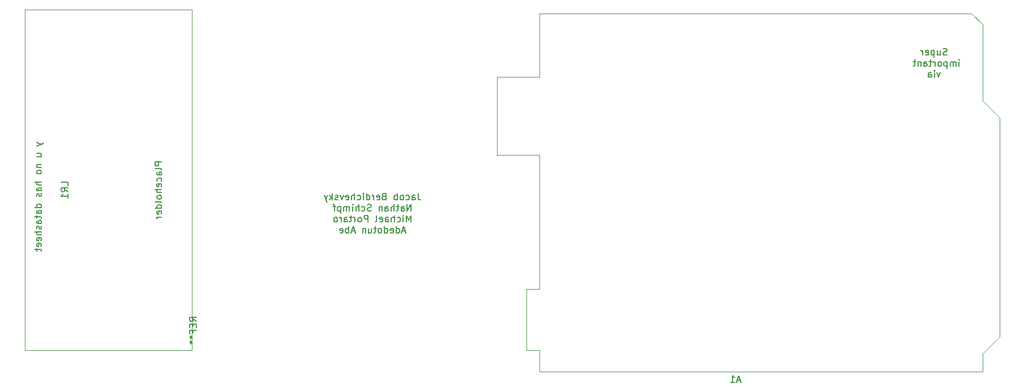
<source format=gbr>
G04 #@! TF.GenerationSoftware,KiCad,Pcbnew,(5.1.4)-1*
G04 #@! TF.CreationDate,2019-11-14T07:41:03-05:00*
G04 #@! TF.ProjectId,CapstoneSchematic,43617073-746f-46e6-9553-6368656d6174,rev?*
G04 #@! TF.SameCoordinates,Original*
G04 #@! TF.FileFunction,Legend,Bot*
G04 #@! TF.FilePolarity,Positive*
%FSLAX46Y46*%
G04 Gerber Fmt 4.6, Leading zero omitted, Abs format (unit mm)*
G04 Created by KiCad (PCBNEW (5.1.4)-1) date 2019-11-14 07:41:03*
%MOMM*%
%LPD*%
G04 APERTURE LIST*
%ADD10C,0.150000*%
%ADD11C,0.120000*%
G04 APERTURE END LIST*
D10*
X226428571Y-80254761D02*
X226285714Y-80302380D01*
X226047619Y-80302380D01*
X225952380Y-80254761D01*
X225904761Y-80207142D01*
X225857142Y-80111904D01*
X225857142Y-80016666D01*
X225904761Y-79921428D01*
X225952380Y-79873809D01*
X226047619Y-79826190D01*
X226238095Y-79778571D01*
X226333333Y-79730952D01*
X226380952Y-79683333D01*
X226428571Y-79588095D01*
X226428571Y-79492857D01*
X226380952Y-79397619D01*
X226333333Y-79350000D01*
X226238095Y-79302380D01*
X226000000Y-79302380D01*
X225857142Y-79350000D01*
X225000000Y-79635714D02*
X225000000Y-80302380D01*
X225428571Y-79635714D02*
X225428571Y-80159523D01*
X225380952Y-80254761D01*
X225285714Y-80302380D01*
X225142857Y-80302380D01*
X225047619Y-80254761D01*
X225000000Y-80207142D01*
X224523809Y-79635714D02*
X224523809Y-80635714D01*
X224523809Y-79683333D02*
X224428571Y-79635714D01*
X224238095Y-79635714D01*
X224142857Y-79683333D01*
X224095238Y-79730952D01*
X224047619Y-79826190D01*
X224047619Y-80111904D01*
X224095238Y-80207142D01*
X224142857Y-80254761D01*
X224238095Y-80302380D01*
X224428571Y-80302380D01*
X224523809Y-80254761D01*
X223238095Y-80254761D02*
X223333333Y-80302380D01*
X223523809Y-80302380D01*
X223619047Y-80254761D01*
X223666666Y-80159523D01*
X223666666Y-79778571D01*
X223619047Y-79683333D01*
X223523809Y-79635714D01*
X223333333Y-79635714D01*
X223238095Y-79683333D01*
X223190476Y-79778571D01*
X223190476Y-79873809D01*
X223666666Y-79969047D01*
X222761904Y-80302380D02*
X222761904Y-79635714D01*
X222761904Y-79826190D02*
X222714285Y-79730952D01*
X222666666Y-79683333D01*
X222571428Y-79635714D01*
X222476190Y-79635714D01*
X228238095Y-81952380D02*
X228238095Y-81285714D01*
X228238095Y-80952380D02*
X228285714Y-81000000D01*
X228238095Y-81047619D01*
X228190476Y-81000000D01*
X228238095Y-80952380D01*
X228238095Y-81047619D01*
X227761904Y-81952380D02*
X227761904Y-81285714D01*
X227761904Y-81380952D02*
X227714285Y-81333333D01*
X227619047Y-81285714D01*
X227476190Y-81285714D01*
X227380952Y-81333333D01*
X227333333Y-81428571D01*
X227333333Y-81952380D01*
X227333333Y-81428571D02*
X227285714Y-81333333D01*
X227190476Y-81285714D01*
X227047619Y-81285714D01*
X226952380Y-81333333D01*
X226904761Y-81428571D01*
X226904761Y-81952380D01*
X226428571Y-81285714D02*
X226428571Y-82285714D01*
X226428571Y-81333333D02*
X226333333Y-81285714D01*
X226142857Y-81285714D01*
X226047619Y-81333333D01*
X226000000Y-81380952D01*
X225952380Y-81476190D01*
X225952380Y-81761904D01*
X226000000Y-81857142D01*
X226047619Y-81904761D01*
X226142857Y-81952380D01*
X226333333Y-81952380D01*
X226428571Y-81904761D01*
X225380952Y-81952380D02*
X225476190Y-81904761D01*
X225523809Y-81857142D01*
X225571428Y-81761904D01*
X225571428Y-81476190D01*
X225523809Y-81380952D01*
X225476190Y-81333333D01*
X225380952Y-81285714D01*
X225238095Y-81285714D01*
X225142857Y-81333333D01*
X225095238Y-81380952D01*
X225047619Y-81476190D01*
X225047619Y-81761904D01*
X225095238Y-81857142D01*
X225142857Y-81904761D01*
X225238095Y-81952380D01*
X225380952Y-81952380D01*
X224619047Y-81952380D02*
X224619047Y-81285714D01*
X224619047Y-81476190D02*
X224571428Y-81380952D01*
X224523809Y-81333333D01*
X224428571Y-81285714D01*
X224333333Y-81285714D01*
X224142857Y-81285714D02*
X223761904Y-81285714D01*
X224000000Y-80952380D02*
X224000000Y-81809523D01*
X223952380Y-81904761D01*
X223857142Y-81952380D01*
X223761904Y-81952380D01*
X223000000Y-81952380D02*
X223000000Y-81428571D01*
X223047619Y-81333333D01*
X223142857Y-81285714D01*
X223333333Y-81285714D01*
X223428571Y-81333333D01*
X223000000Y-81904761D02*
X223095238Y-81952380D01*
X223333333Y-81952380D01*
X223428571Y-81904761D01*
X223476190Y-81809523D01*
X223476190Y-81714285D01*
X223428571Y-81619047D01*
X223333333Y-81571428D01*
X223095238Y-81571428D01*
X223000000Y-81523809D01*
X222523809Y-81285714D02*
X222523809Y-81952380D01*
X222523809Y-81380952D02*
X222476190Y-81333333D01*
X222380952Y-81285714D01*
X222238095Y-81285714D01*
X222142857Y-81333333D01*
X222095238Y-81428571D01*
X222095238Y-81952380D01*
X221761904Y-81285714D02*
X221380952Y-81285714D01*
X221619047Y-80952380D02*
X221619047Y-81809523D01*
X221571428Y-81904761D01*
X221476190Y-81952380D01*
X221380952Y-81952380D01*
X225428571Y-82935714D02*
X225190476Y-83602380D01*
X224952380Y-82935714D01*
X224571428Y-83602380D02*
X224571428Y-82935714D01*
X224571428Y-82602380D02*
X224619047Y-82650000D01*
X224571428Y-82697619D01*
X224523809Y-82650000D01*
X224571428Y-82602380D01*
X224571428Y-82697619D01*
X223666666Y-83602380D02*
X223666666Y-83078571D01*
X223714285Y-82983333D01*
X223809523Y-82935714D01*
X224000000Y-82935714D01*
X224095238Y-82983333D01*
X223666666Y-83554761D02*
X223761904Y-83602380D01*
X224000000Y-83602380D01*
X224095238Y-83554761D01*
X224142857Y-83459523D01*
X224142857Y-83364285D01*
X224095238Y-83269047D01*
X224000000Y-83221428D01*
X223761904Y-83221428D01*
X223666666Y-83173809D01*
X147333333Y-100977380D02*
X147333333Y-101691666D01*
X147380952Y-101834523D01*
X147476190Y-101929761D01*
X147619047Y-101977380D01*
X147714285Y-101977380D01*
X146428571Y-101977380D02*
X146428571Y-101453571D01*
X146476190Y-101358333D01*
X146571428Y-101310714D01*
X146761904Y-101310714D01*
X146857142Y-101358333D01*
X146428571Y-101929761D02*
X146523809Y-101977380D01*
X146761904Y-101977380D01*
X146857142Y-101929761D01*
X146904761Y-101834523D01*
X146904761Y-101739285D01*
X146857142Y-101644047D01*
X146761904Y-101596428D01*
X146523809Y-101596428D01*
X146428571Y-101548809D01*
X145523809Y-101929761D02*
X145619047Y-101977380D01*
X145809523Y-101977380D01*
X145904761Y-101929761D01*
X145952380Y-101882142D01*
X146000000Y-101786904D01*
X146000000Y-101501190D01*
X145952380Y-101405952D01*
X145904761Y-101358333D01*
X145809523Y-101310714D01*
X145619047Y-101310714D01*
X145523809Y-101358333D01*
X144952380Y-101977380D02*
X145047619Y-101929761D01*
X145095238Y-101882142D01*
X145142857Y-101786904D01*
X145142857Y-101501190D01*
X145095238Y-101405952D01*
X145047619Y-101358333D01*
X144952380Y-101310714D01*
X144809523Y-101310714D01*
X144714285Y-101358333D01*
X144666666Y-101405952D01*
X144619047Y-101501190D01*
X144619047Y-101786904D01*
X144666666Y-101882142D01*
X144714285Y-101929761D01*
X144809523Y-101977380D01*
X144952380Y-101977380D01*
X144190476Y-101977380D02*
X144190476Y-100977380D01*
X144190476Y-101358333D02*
X144095238Y-101310714D01*
X143904761Y-101310714D01*
X143809523Y-101358333D01*
X143761904Y-101405952D01*
X143714285Y-101501190D01*
X143714285Y-101786904D01*
X143761904Y-101882142D01*
X143809523Y-101929761D01*
X143904761Y-101977380D01*
X144095238Y-101977380D01*
X144190476Y-101929761D01*
X142190476Y-101453571D02*
X142047619Y-101501190D01*
X142000000Y-101548809D01*
X141952380Y-101644047D01*
X141952380Y-101786904D01*
X142000000Y-101882142D01*
X142047619Y-101929761D01*
X142142857Y-101977380D01*
X142523809Y-101977380D01*
X142523809Y-100977380D01*
X142190476Y-100977380D01*
X142095238Y-101025000D01*
X142047619Y-101072619D01*
X142000000Y-101167857D01*
X142000000Y-101263095D01*
X142047619Y-101358333D01*
X142095238Y-101405952D01*
X142190476Y-101453571D01*
X142523809Y-101453571D01*
X141142857Y-101929761D02*
X141238095Y-101977380D01*
X141428571Y-101977380D01*
X141523809Y-101929761D01*
X141571428Y-101834523D01*
X141571428Y-101453571D01*
X141523809Y-101358333D01*
X141428571Y-101310714D01*
X141238095Y-101310714D01*
X141142857Y-101358333D01*
X141095238Y-101453571D01*
X141095238Y-101548809D01*
X141571428Y-101644047D01*
X140666666Y-101977380D02*
X140666666Y-101310714D01*
X140666666Y-101501190D02*
X140619047Y-101405952D01*
X140571428Y-101358333D01*
X140476190Y-101310714D01*
X140380952Y-101310714D01*
X139619047Y-101977380D02*
X139619047Y-100977380D01*
X139619047Y-101929761D02*
X139714285Y-101977380D01*
X139904761Y-101977380D01*
X140000000Y-101929761D01*
X140047619Y-101882142D01*
X140095238Y-101786904D01*
X140095238Y-101501190D01*
X140047619Y-101405952D01*
X140000000Y-101358333D01*
X139904761Y-101310714D01*
X139714285Y-101310714D01*
X139619047Y-101358333D01*
X139142857Y-101977380D02*
X139142857Y-101310714D01*
X139142857Y-100977380D02*
X139190476Y-101025000D01*
X139142857Y-101072619D01*
X139095238Y-101025000D01*
X139142857Y-100977380D01*
X139142857Y-101072619D01*
X138238095Y-101929761D02*
X138333333Y-101977380D01*
X138523809Y-101977380D01*
X138619047Y-101929761D01*
X138666666Y-101882142D01*
X138714285Y-101786904D01*
X138714285Y-101501190D01*
X138666666Y-101405952D01*
X138619047Y-101358333D01*
X138523809Y-101310714D01*
X138333333Y-101310714D01*
X138238095Y-101358333D01*
X137809523Y-101977380D02*
X137809523Y-100977380D01*
X137380952Y-101977380D02*
X137380952Y-101453571D01*
X137428571Y-101358333D01*
X137523809Y-101310714D01*
X137666666Y-101310714D01*
X137761904Y-101358333D01*
X137809523Y-101405952D01*
X136523809Y-101929761D02*
X136619047Y-101977380D01*
X136809523Y-101977380D01*
X136904761Y-101929761D01*
X136952380Y-101834523D01*
X136952380Y-101453571D01*
X136904761Y-101358333D01*
X136809523Y-101310714D01*
X136619047Y-101310714D01*
X136523809Y-101358333D01*
X136476190Y-101453571D01*
X136476190Y-101548809D01*
X136952380Y-101644047D01*
X136142857Y-101310714D02*
X135904761Y-101977380D01*
X135666666Y-101310714D01*
X135333333Y-101929761D02*
X135238095Y-101977380D01*
X135047619Y-101977380D01*
X134952380Y-101929761D01*
X134904761Y-101834523D01*
X134904761Y-101786904D01*
X134952380Y-101691666D01*
X135047619Y-101644047D01*
X135190476Y-101644047D01*
X135285714Y-101596428D01*
X135333333Y-101501190D01*
X135333333Y-101453571D01*
X135285714Y-101358333D01*
X135190476Y-101310714D01*
X135047619Y-101310714D01*
X134952380Y-101358333D01*
X134476190Y-101977380D02*
X134476190Y-100977380D01*
X134380952Y-101596428D02*
X134095238Y-101977380D01*
X134095238Y-101310714D02*
X134476190Y-101691666D01*
X133761904Y-101310714D02*
X133523809Y-101977380D01*
X133285714Y-101310714D02*
X133523809Y-101977380D01*
X133619047Y-102215476D01*
X133666666Y-102263095D01*
X133761904Y-102310714D01*
X146261904Y-103627380D02*
X146261904Y-102627380D01*
X145690476Y-103627380D01*
X145690476Y-102627380D01*
X144785714Y-103627380D02*
X144785714Y-103103571D01*
X144833333Y-103008333D01*
X144928571Y-102960714D01*
X145119047Y-102960714D01*
X145214285Y-103008333D01*
X144785714Y-103579761D02*
X144880952Y-103627380D01*
X145119047Y-103627380D01*
X145214285Y-103579761D01*
X145261904Y-103484523D01*
X145261904Y-103389285D01*
X145214285Y-103294047D01*
X145119047Y-103246428D01*
X144880952Y-103246428D01*
X144785714Y-103198809D01*
X144452380Y-102960714D02*
X144071428Y-102960714D01*
X144309523Y-102627380D02*
X144309523Y-103484523D01*
X144261904Y-103579761D01*
X144166666Y-103627380D01*
X144071428Y-103627380D01*
X143738095Y-103627380D02*
X143738095Y-102627380D01*
X143309523Y-103627380D02*
X143309523Y-103103571D01*
X143357142Y-103008333D01*
X143452380Y-102960714D01*
X143595238Y-102960714D01*
X143690476Y-103008333D01*
X143738095Y-103055952D01*
X142404761Y-103627380D02*
X142404761Y-103103571D01*
X142452380Y-103008333D01*
X142547619Y-102960714D01*
X142738095Y-102960714D01*
X142833333Y-103008333D01*
X142404761Y-103579761D02*
X142500000Y-103627380D01*
X142738095Y-103627380D01*
X142833333Y-103579761D01*
X142880952Y-103484523D01*
X142880952Y-103389285D01*
X142833333Y-103294047D01*
X142738095Y-103246428D01*
X142500000Y-103246428D01*
X142404761Y-103198809D01*
X141928571Y-102960714D02*
X141928571Y-103627380D01*
X141928571Y-103055952D02*
X141880952Y-103008333D01*
X141785714Y-102960714D01*
X141642857Y-102960714D01*
X141547619Y-103008333D01*
X141500000Y-103103571D01*
X141500000Y-103627380D01*
X140309523Y-103579761D02*
X140166666Y-103627380D01*
X139928571Y-103627380D01*
X139833333Y-103579761D01*
X139785714Y-103532142D01*
X139738095Y-103436904D01*
X139738095Y-103341666D01*
X139785714Y-103246428D01*
X139833333Y-103198809D01*
X139928571Y-103151190D01*
X140119047Y-103103571D01*
X140214285Y-103055952D01*
X140261904Y-103008333D01*
X140309523Y-102913095D01*
X140309523Y-102817857D01*
X140261904Y-102722619D01*
X140214285Y-102675000D01*
X140119047Y-102627380D01*
X139880952Y-102627380D01*
X139738095Y-102675000D01*
X138880952Y-103579761D02*
X138976190Y-103627380D01*
X139166666Y-103627380D01*
X139261904Y-103579761D01*
X139309523Y-103532142D01*
X139357142Y-103436904D01*
X139357142Y-103151190D01*
X139309523Y-103055952D01*
X139261904Y-103008333D01*
X139166666Y-102960714D01*
X138976190Y-102960714D01*
X138880952Y-103008333D01*
X138452380Y-103627380D02*
X138452380Y-102627380D01*
X138023809Y-103627380D02*
X138023809Y-103103571D01*
X138071428Y-103008333D01*
X138166666Y-102960714D01*
X138309523Y-102960714D01*
X138404761Y-103008333D01*
X138452380Y-103055952D01*
X137547619Y-103627380D02*
X137547619Y-102960714D01*
X137547619Y-102627380D02*
X137595238Y-102675000D01*
X137547619Y-102722619D01*
X137500000Y-102675000D01*
X137547619Y-102627380D01*
X137547619Y-102722619D01*
X137071428Y-103627380D02*
X137071428Y-102960714D01*
X137071428Y-103055952D02*
X137023809Y-103008333D01*
X136928571Y-102960714D01*
X136785714Y-102960714D01*
X136690476Y-103008333D01*
X136642857Y-103103571D01*
X136642857Y-103627380D01*
X136642857Y-103103571D02*
X136595238Y-103008333D01*
X136500000Y-102960714D01*
X136357142Y-102960714D01*
X136261904Y-103008333D01*
X136214285Y-103103571D01*
X136214285Y-103627380D01*
X135738095Y-102960714D02*
X135738095Y-103960714D01*
X135738095Y-103008333D02*
X135642857Y-102960714D01*
X135452380Y-102960714D01*
X135357142Y-103008333D01*
X135309523Y-103055952D01*
X135261904Y-103151190D01*
X135261904Y-103436904D01*
X135309523Y-103532142D01*
X135357142Y-103579761D01*
X135452380Y-103627380D01*
X135642857Y-103627380D01*
X135738095Y-103579761D01*
X134976190Y-102960714D02*
X134595238Y-102960714D01*
X134833333Y-103627380D02*
X134833333Y-102770238D01*
X134785714Y-102675000D01*
X134690476Y-102627380D01*
X134595238Y-102627380D01*
X146238095Y-105277380D02*
X146238095Y-104277380D01*
X145904761Y-104991666D01*
X145571428Y-104277380D01*
X145571428Y-105277380D01*
X145095238Y-105277380D02*
X145095238Y-104610714D01*
X145095238Y-104277380D02*
X145142857Y-104325000D01*
X145095238Y-104372619D01*
X145047619Y-104325000D01*
X145095238Y-104277380D01*
X145095238Y-104372619D01*
X144190476Y-105229761D02*
X144285714Y-105277380D01*
X144476190Y-105277380D01*
X144571428Y-105229761D01*
X144619047Y-105182142D01*
X144666666Y-105086904D01*
X144666666Y-104801190D01*
X144619047Y-104705952D01*
X144571428Y-104658333D01*
X144476190Y-104610714D01*
X144285714Y-104610714D01*
X144190476Y-104658333D01*
X143761904Y-105277380D02*
X143761904Y-104277380D01*
X143333333Y-105277380D02*
X143333333Y-104753571D01*
X143380952Y-104658333D01*
X143476190Y-104610714D01*
X143619047Y-104610714D01*
X143714285Y-104658333D01*
X143761904Y-104705952D01*
X142428571Y-105277380D02*
X142428571Y-104753571D01*
X142476190Y-104658333D01*
X142571428Y-104610714D01*
X142761904Y-104610714D01*
X142857142Y-104658333D01*
X142428571Y-105229761D02*
X142523809Y-105277380D01*
X142761904Y-105277380D01*
X142857142Y-105229761D01*
X142904761Y-105134523D01*
X142904761Y-105039285D01*
X142857142Y-104944047D01*
X142761904Y-104896428D01*
X142523809Y-104896428D01*
X142428571Y-104848809D01*
X141571428Y-105229761D02*
X141666666Y-105277380D01*
X141857142Y-105277380D01*
X141952380Y-105229761D01*
X142000000Y-105134523D01*
X142000000Y-104753571D01*
X141952380Y-104658333D01*
X141857142Y-104610714D01*
X141666666Y-104610714D01*
X141571428Y-104658333D01*
X141523809Y-104753571D01*
X141523809Y-104848809D01*
X142000000Y-104944047D01*
X140952380Y-105277380D02*
X141047619Y-105229761D01*
X141095238Y-105134523D01*
X141095238Y-104277380D01*
X139809523Y-105277380D02*
X139809523Y-104277380D01*
X139428571Y-104277380D01*
X139333333Y-104325000D01*
X139285714Y-104372619D01*
X139238095Y-104467857D01*
X139238095Y-104610714D01*
X139285714Y-104705952D01*
X139333333Y-104753571D01*
X139428571Y-104801190D01*
X139809523Y-104801190D01*
X138666666Y-105277380D02*
X138761904Y-105229761D01*
X138809523Y-105182142D01*
X138857142Y-105086904D01*
X138857142Y-104801190D01*
X138809523Y-104705952D01*
X138761904Y-104658333D01*
X138666666Y-104610714D01*
X138523809Y-104610714D01*
X138428571Y-104658333D01*
X138380952Y-104705952D01*
X138333333Y-104801190D01*
X138333333Y-105086904D01*
X138380952Y-105182142D01*
X138428571Y-105229761D01*
X138523809Y-105277380D01*
X138666666Y-105277380D01*
X137904761Y-105277380D02*
X137904761Y-104610714D01*
X137904761Y-104801190D02*
X137857142Y-104705952D01*
X137809523Y-104658333D01*
X137714285Y-104610714D01*
X137619047Y-104610714D01*
X137428571Y-104610714D02*
X137047619Y-104610714D01*
X137285714Y-104277380D02*
X137285714Y-105134523D01*
X137238095Y-105229761D01*
X137142857Y-105277380D01*
X137047619Y-105277380D01*
X136285714Y-105277380D02*
X136285714Y-104753571D01*
X136333333Y-104658333D01*
X136428571Y-104610714D01*
X136619047Y-104610714D01*
X136714285Y-104658333D01*
X136285714Y-105229761D02*
X136380952Y-105277380D01*
X136619047Y-105277380D01*
X136714285Y-105229761D01*
X136761904Y-105134523D01*
X136761904Y-105039285D01*
X136714285Y-104944047D01*
X136619047Y-104896428D01*
X136380952Y-104896428D01*
X136285714Y-104848809D01*
X135809523Y-105277380D02*
X135809523Y-104610714D01*
X135809523Y-104801190D02*
X135761904Y-104705952D01*
X135714285Y-104658333D01*
X135619047Y-104610714D01*
X135523809Y-104610714D01*
X135047619Y-105277380D02*
X135142857Y-105229761D01*
X135190476Y-105182142D01*
X135238095Y-105086904D01*
X135238095Y-104801190D01*
X135190476Y-104705952D01*
X135142857Y-104658333D01*
X135047619Y-104610714D01*
X134904761Y-104610714D01*
X134809523Y-104658333D01*
X134761904Y-104705952D01*
X134714285Y-104801190D01*
X134714285Y-105086904D01*
X134761904Y-105182142D01*
X134809523Y-105229761D01*
X134904761Y-105277380D01*
X135047619Y-105277380D01*
X145404761Y-106641666D02*
X144928571Y-106641666D01*
X145500000Y-106927380D02*
X145166666Y-105927380D01*
X144833333Y-106927380D01*
X144071428Y-106927380D02*
X144071428Y-105927380D01*
X144071428Y-106879761D02*
X144166666Y-106927380D01*
X144357142Y-106927380D01*
X144452380Y-106879761D01*
X144500000Y-106832142D01*
X144547619Y-106736904D01*
X144547619Y-106451190D01*
X144500000Y-106355952D01*
X144452380Y-106308333D01*
X144357142Y-106260714D01*
X144166666Y-106260714D01*
X144071428Y-106308333D01*
X143214285Y-106879761D02*
X143309523Y-106927380D01*
X143500000Y-106927380D01*
X143595238Y-106879761D01*
X143642857Y-106784523D01*
X143642857Y-106403571D01*
X143595238Y-106308333D01*
X143500000Y-106260714D01*
X143309523Y-106260714D01*
X143214285Y-106308333D01*
X143166666Y-106403571D01*
X143166666Y-106498809D01*
X143642857Y-106594047D01*
X142309523Y-106927380D02*
X142309523Y-105927380D01*
X142309523Y-106879761D02*
X142404761Y-106927380D01*
X142595238Y-106927380D01*
X142690476Y-106879761D01*
X142738095Y-106832142D01*
X142785714Y-106736904D01*
X142785714Y-106451190D01*
X142738095Y-106355952D01*
X142690476Y-106308333D01*
X142595238Y-106260714D01*
X142404761Y-106260714D01*
X142309523Y-106308333D01*
X141690476Y-106927380D02*
X141785714Y-106879761D01*
X141833333Y-106832142D01*
X141880952Y-106736904D01*
X141880952Y-106451190D01*
X141833333Y-106355952D01*
X141785714Y-106308333D01*
X141690476Y-106260714D01*
X141547619Y-106260714D01*
X141452380Y-106308333D01*
X141404761Y-106355952D01*
X141357142Y-106451190D01*
X141357142Y-106736904D01*
X141404761Y-106832142D01*
X141452380Y-106879761D01*
X141547619Y-106927380D01*
X141690476Y-106927380D01*
X141071428Y-106260714D02*
X140690476Y-106260714D01*
X140928571Y-105927380D02*
X140928571Y-106784523D01*
X140880952Y-106879761D01*
X140785714Y-106927380D01*
X140690476Y-106927380D01*
X139928571Y-106260714D02*
X139928571Y-106927380D01*
X140357142Y-106260714D02*
X140357142Y-106784523D01*
X140309523Y-106879761D01*
X140214285Y-106927380D01*
X140071428Y-106927380D01*
X139976190Y-106879761D01*
X139928571Y-106832142D01*
X139452380Y-106260714D02*
X139452380Y-106927380D01*
X139452380Y-106355952D02*
X139404761Y-106308333D01*
X139309523Y-106260714D01*
X139166666Y-106260714D01*
X139071428Y-106308333D01*
X139023809Y-106403571D01*
X139023809Y-106927380D01*
X137833333Y-106641666D02*
X137357142Y-106641666D01*
X137928571Y-106927380D02*
X137595238Y-105927380D01*
X137261904Y-106927380D01*
X136928571Y-106927380D02*
X136928571Y-105927380D01*
X136928571Y-106308333D02*
X136833333Y-106260714D01*
X136642857Y-106260714D01*
X136547619Y-106308333D01*
X136500000Y-106355952D01*
X136452380Y-106451190D01*
X136452380Y-106736904D01*
X136500000Y-106832142D01*
X136547619Y-106879761D01*
X136642857Y-106927380D01*
X136833333Y-106927380D01*
X136928571Y-106879761D01*
X135642857Y-106879761D02*
X135738095Y-106927380D01*
X135928571Y-106927380D01*
X136023809Y-106879761D01*
X136071428Y-106784523D01*
X136071428Y-106403571D01*
X136023809Y-106308333D01*
X135928571Y-106260714D01*
X135738095Y-106260714D01*
X135642857Y-106308333D01*
X135595238Y-106403571D01*
X135595238Y-106498809D01*
X136071428Y-106594047D01*
D11*
X231755000Y-87150000D02*
X234295000Y-89690000D01*
X231755000Y-75720000D02*
X231755000Y-87150000D01*
X230105000Y-74070000D02*
X231755000Y-75720000D01*
X165455000Y-74070000D02*
X230105000Y-74070000D01*
X165455000Y-83600000D02*
X165455000Y-74070000D01*
X159105000Y-83600000D02*
X165455000Y-83600000D01*
X159105000Y-95280000D02*
X159105000Y-83600000D01*
X165455000Y-95280000D02*
X159105000Y-95280000D01*
X165455000Y-115350000D02*
X165455000Y-95280000D01*
X163555000Y-115350000D02*
X165455000Y-115350000D01*
X163555000Y-124490000D02*
X163555000Y-115350000D01*
X165455000Y-124490000D02*
X163555000Y-124490000D01*
X165455000Y-127670000D02*
X165455000Y-124490000D01*
X231755000Y-127670000D02*
X165455000Y-127670000D01*
X231755000Y-125000000D02*
X231755000Y-127670000D01*
X234295000Y-122460000D02*
X231755000Y-125000000D01*
X234295000Y-89690000D02*
X234295000Y-122460000D01*
X113500000Y-73500000D02*
X88500000Y-73500000D01*
X88500000Y-124500000D02*
X88500000Y-73500000D01*
X113500000Y-124500000D02*
X88500000Y-124500000D01*
X113500000Y-124500000D02*
X113500000Y-73500000D01*
D10*
X195509285Y-128976666D02*
X195033095Y-128976666D01*
X195604523Y-129262380D02*
X195271190Y-128262380D01*
X194937857Y-129262380D01*
X194080714Y-129262380D02*
X194652142Y-129262380D01*
X194366428Y-129262380D02*
X194366428Y-128262380D01*
X194461666Y-128405238D01*
X194556904Y-128500476D01*
X194652142Y-128548095D01*
X94952380Y-99833333D02*
X94952380Y-99357142D01*
X93952380Y-99357142D01*
X94952380Y-100738095D02*
X94476190Y-100404761D01*
X94952380Y-100166666D02*
X93952380Y-100166666D01*
X93952380Y-100547619D01*
X94000000Y-100642857D01*
X94047619Y-100690476D01*
X94142857Y-100738095D01*
X94285714Y-100738095D01*
X94380952Y-100690476D01*
X94428571Y-100642857D01*
X94476190Y-100547619D01*
X94476190Y-100166666D01*
X94952380Y-101690476D02*
X94952380Y-101119047D01*
X94952380Y-101404761D02*
X93952380Y-101404761D01*
X94095238Y-101309523D01*
X94190476Y-101214285D01*
X94238095Y-101119047D01*
X108952380Y-96309523D02*
X107952380Y-96309523D01*
X107952380Y-96690476D01*
X108000000Y-96785714D01*
X108047619Y-96833333D01*
X108142857Y-96880952D01*
X108285714Y-96880952D01*
X108380952Y-96833333D01*
X108428571Y-96785714D01*
X108476190Y-96690476D01*
X108476190Y-96309523D01*
X108952380Y-97452380D02*
X108904761Y-97357142D01*
X108809523Y-97309523D01*
X107952380Y-97309523D01*
X108952380Y-98261904D02*
X108428571Y-98261904D01*
X108333333Y-98214285D01*
X108285714Y-98119047D01*
X108285714Y-97928571D01*
X108333333Y-97833333D01*
X108904761Y-98261904D02*
X108952380Y-98166666D01*
X108952380Y-97928571D01*
X108904761Y-97833333D01*
X108809523Y-97785714D01*
X108714285Y-97785714D01*
X108619047Y-97833333D01*
X108571428Y-97928571D01*
X108571428Y-98166666D01*
X108523809Y-98261904D01*
X108904761Y-99166666D02*
X108952380Y-99071428D01*
X108952380Y-98880952D01*
X108904761Y-98785714D01*
X108857142Y-98738095D01*
X108761904Y-98690476D01*
X108476190Y-98690476D01*
X108380952Y-98738095D01*
X108333333Y-98785714D01*
X108285714Y-98880952D01*
X108285714Y-99071428D01*
X108333333Y-99166666D01*
X108904761Y-99976190D02*
X108952380Y-99880952D01*
X108952380Y-99690476D01*
X108904761Y-99595238D01*
X108809523Y-99547619D01*
X108428571Y-99547619D01*
X108333333Y-99595238D01*
X108285714Y-99690476D01*
X108285714Y-99880952D01*
X108333333Y-99976190D01*
X108428571Y-100023809D01*
X108523809Y-100023809D01*
X108619047Y-99547619D01*
X108952380Y-100452380D02*
X107952380Y-100452380D01*
X108952380Y-100880952D02*
X108428571Y-100880952D01*
X108333333Y-100833333D01*
X108285714Y-100738095D01*
X108285714Y-100595238D01*
X108333333Y-100500000D01*
X108380952Y-100452380D01*
X108952380Y-101500000D02*
X108904761Y-101404761D01*
X108857142Y-101357142D01*
X108761904Y-101309523D01*
X108476190Y-101309523D01*
X108380952Y-101357142D01*
X108333333Y-101404761D01*
X108285714Y-101500000D01*
X108285714Y-101642857D01*
X108333333Y-101738095D01*
X108380952Y-101785714D01*
X108476190Y-101833333D01*
X108761904Y-101833333D01*
X108857142Y-101785714D01*
X108904761Y-101738095D01*
X108952380Y-101642857D01*
X108952380Y-101500000D01*
X108952380Y-102404761D02*
X108904761Y-102309523D01*
X108809523Y-102261904D01*
X107952380Y-102261904D01*
X108952380Y-103214285D02*
X107952380Y-103214285D01*
X108904761Y-103214285D02*
X108952380Y-103119047D01*
X108952380Y-102928571D01*
X108904761Y-102833333D01*
X108857142Y-102785714D01*
X108761904Y-102738095D01*
X108476190Y-102738095D01*
X108380952Y-102785714D01*
X108333333Y-102833333D01*
X108285714Y-102928571D01*
X108285714Y-103119047D01*
X108333333Y-103214285D01*
X108904761Y-104071428D02*
X108952380Y-103976190D01*
X108952380Y-103785714D01*
X108904761Y-103690476D01*
X108809523Y-103642857D01*
X108428571Y-103642857D01*
X108333333Y-103690476D01*
X108285714Y-103785714D01*
X108285714Y-103976190D01*
X108333333Y-104071428D01*
X108428571Y-104119047D01*
X108523809Y-104119047D01*
X108619047Y-103642857D01*
X108952380Y-104547619D02*
X108285714Y-104547619D01*
X108476190Y-104547619D02*
X108380952Y-104595238D01*
X108333333Y-104642857D01*
X108285714Y-104738095D01*
X108285714Y-104833333D01*
X90285714Y-93428571D02*
X90952380Y-93666666D01*
X90285714Y-93904761D02*
X90952380Y-93666666D01*
X91190476Y-93571428D01*
X91238095Y-93523809D01*
X91285714Y-93428571D01*
X90285714Y-95476190D02*
X90952380Y-95476190D01*
X90285714Y-95047619D02*
X90809523Y-95047619D01*
X90904761Y-95095238D01*
X90952380Y-95190476D01*
X90952380Y-95333333D01*
X90904761Y-95428571D01*
X90857142Y-95476190D01*
X90285714Y-96714285D02*
X90952380Y-96714285D01*
X90380952Y-96714285D02*
X90333333Y-96761904D01*
X90285714Y-96857142D01*
X90285714Y-97000000D01*
X90333333Y-97095238D01*
X90428571Y-97142857D01*
X90952380Y-97142857D01*
X90952380Y-97761904D02*
X90904761Y-97666666D01*
X90857142Y-97619047D01*
X90761904Y-97571428D01*
X90476190Y-97571428D01*
X90380952Y-97619047D01*
X90333333Y-97666666D01*
X90285714Y-97761904D01*
X90285714Y-97904761D01*
X90333333Y-98000000D01*
X90380952Y-98047619D01*
X90476190Y-98095238D01*
X90761904Y-98095238D01*
X90857142Y-98047619D01*
X90904761Y-98000000D01*
X90952380Y-97904761D01*
X90952380Y-97761904D01*
X90952380Y-99285714D02*
X89952380Y-99285714D01*
X90952380Y-99714285D02*
X90428571Y-99714285D01*
X90333333Y-99666666D01*
X90285714Y-99571428D01*
X90285714Y-99428571D01*
X90333333Y-99333333D01*
X90380952Y-99285714D01*
X90952380Y-100619047D02*
X90428571Y-100619047D01*
X90333333Y-100571428D01*
X90285714Y-100476190D01*
X90285714Y-100285714D01*
X90333333Y-100190476D01*
X90904761Y-100619047D02*
X90952380Y-100523809D01*
X90952380Y-100285714D01*
X90904761Y-100190476D01*
X90809523Y-100142857D01*
X90714285Y-100142857D01*
X90619047Y-100190476D01*
X90571428Y-100285714D01*
X90571428Y-100523809D01*
X90523809Y-100619047D01*
X90904761Y-101047619D02*
X90952380Y-101142857D01*
X90952380Y-101333333D01*
X90904761Y-101428571D01*
X90809523Y-101476190D01*
X90761904Y-101476190D01*
X90666666Y-101428571D01*
X90619047Y-101333333D01*
X90619047Y-101190476D01*
X90571428Y-101095238D01*
X90476190Y-101047619D01*
X90428571Y-101047619D01*
X90333333Y-101095238D01*
X90285714Y-101190476D01*
X90285714Y-101333333D01*
X90333333Y-101428571D01*
X90952380Y-103095238D02*
X89952380Y-103095238D01*
X90904761Y-103095238D02*
X90952380Y-103000000D01*
X90952380Y-102809523D01*
X90904761Y-102714285D01*
X90857142Y-102666666D01*
X90761904Y-102619047D01*
X90476190Y-102619047D01*
X90380952Y-102666666D01*
X90333333Y-102714285D01*
X90285714Y-102809523D01*
X90285714Y-103000000D01*
X90333333Y-103095238D01*
X90952380Y-104000000D02*
X90428571Y-104000000D01*
X90333333Y-103952380D01*
X90285714Y-103857142D01*
X90285714Y-103666666D01*
X90333333Y-103571428D01*
X90904761Y-104000000D02*
X90952380Y-103904761D01*
X90952380Y-103666666D01*
X90904761Y-103571428D01*
X90809523Y-103523809D01*
X90714285Y-103523809D01*
X90619047Y-103571428D01*
X90571428Y-103666666D01*
X90571428Y-103904761D01*
X90523809Y-104000000D01*
X90285714Y-104333333D02*
X90285714Y-104714285D01*
X89952380Y-104476190D02*
X90809523Y-104476190D01*
X90904761Y-104523809D01*
X90952380Y-104619047D01*
X90952380Y-104714285D01*
X90952380Y-105476190D02*
X90428571Y-105476190D01*
X90333333Y-105428571D01*
X90285714Y-105333333D01*
X90285714Y-105142857D01*
X90333333Y-105047619D01*
X90904761Y-105476190D02*
X90952380Y-105380952D01*
X90952380Y-105142857D01*
X90904761Y-105047619D01*
X90809523Y-105000000D01*
X90714285Y-105000000D01*
X90619047Y-105047619D01*
X90571428Y-105142857D01*
X90571428Y-105380952D01*
X90523809Y-105476190D01*
X90904761Y-105904761D02*
X90952380Y-106000000D01*
X90952380Y-106190476D01*
X90904761Y-106285714D01*
X90809523Y-106333333D01*
X90761904Y-106333333D01*
X90666666Y-106285714D01*
X90619047Y-106190476D01*
X90619047Y-106047619D01*
X90571428Y-105952380D01*
X90476190Y-105904761D01*
X90428571Y-105904761D01*
X90333333Y-105952380D01*
X90285714Y-106047619D01*
X90285714Y-106190476D01*
X90333333Y-106285714D01*
X90952380Y-106761904D02*
X89952380Y-106761904D01*
X90952380Y-107190476D02*
X90428571Y-107190476D01*
X90333333Y-107142857D01*
X90285714Y-107047619D01*
X90285714Y-106904761D01*
X90333333Y-106809523D01*
X90380952Y-106761904D01*
X90904761Y-108047619D02*
X90952380Y-107952380D01*
X90952380Y-107761904D01*
X90904761Y-107666666D01*
X90809523Y-107619047D01*
X90428571Y-107619047D01*
X90333333Y-107666666D01*
X90285714Y-107761904D01*
X90285714Y-107952380D01*
X90333333Y-108047619D01*
X90428571Y-108095238D01*
X90523809Y-108095238D01*
X90619047Y-107619047D01*
X90904761Y-108904761D02*
X90952380Y-108809523D01*
X90952380Y-108619047D01*
X90904761Y-108523809D01*
X90809523Y-108476190D01*
X90428571Y-108476190D01*
X90333333Y-108523809D01*
X90285714Y-108619047D01*
X90285714Y-108809523D01*
X90333333Y-108904761D01*
X90428571Y-108952380D01*
X90523809Y-108952380D01*
X90619047Y-108476190D01*
X90285714Y-109238095D02*
X90285714Y-109619047D01*
X89952380Y-109380952D02*
X90809523Y-109380952D01*
X90904761Y-109428571D01*
X90952380Y-109523809D01*
X90952380Y-109619047D01*
X114152380Y-120166666D02*
X113676190Y-119833333D01*
X114152380Y-119595238D02*
X113152380Y-119595238D01*
X113152380Y-119976190D01*
X113200000Y-120071428D01*
X113247619Y-120119047D01*
X113342857Y-120166666D01*
X113485714Y-120166666D01*
X113580952Y-120119047D01*
X113628571Y-120071428D01*
X113676190Y-119976190D01*
X113676190Y-119595238D01*
X113628571Y-120595238D02*
X113628571Y-120928571D01*
X114152380Y-121071428D02*
X114152380Y-120595238D01*
X113152380Y-120595238D01*
X113152380Y-121071428D01*
X113628571Y-121833333D02*
X113628571Y-121500000D01*
X114152380Y-121500000D02*
X113152380Y-121500000D01*
X113152380Y-121976190D01*
X113152380Y-122500000D02*
X113390476Y-122500000D01*
X113295238Y-122261904D02*
X113390476Y-122500000D01*
X113295238Y-122738095D01*
X113580952Y-122357142D02*
X113390476Y-122500000D01*
X113580952Y-122642857D01*
X113152380Y-123261904D02*
X113390476Y-123261904D01*
X113295238Y-123023809D02*
X113390476Y-123261904D01*
X113295238Y-123500000D01*
X113580952Y-123119047D02*
X113390476Y-123261904D01*
X113580952Y-123404761D01*
M02*

</source>
